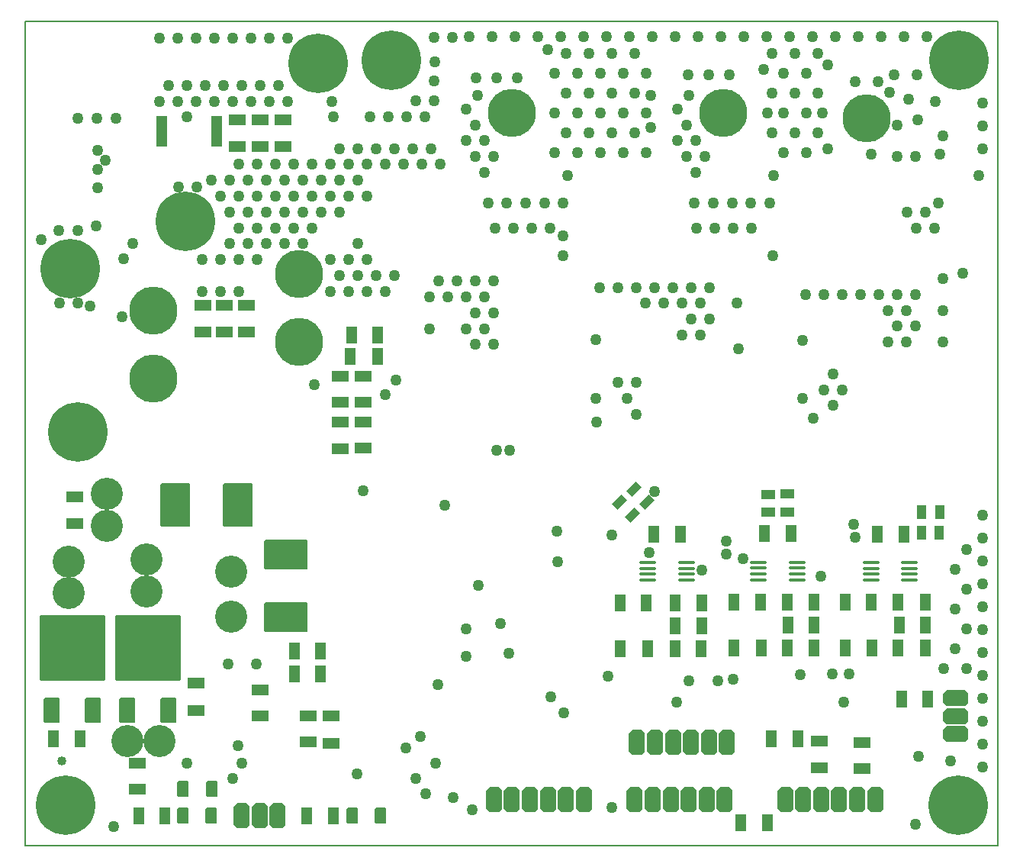
<source format=gbr>
G04 PROTEUS RS274X GERBER FILE*
%FSLAX45Y45*%
%MOMM*%
G01*
%ADD56C,1.270000*%
%ADD18C,1.016000*%
%ADD59C,5.334000*%
%AMPPAD075*
4,1,4,
0.571500,0.901700,
-0.571500,0.901700,
-0.571500,-0.901700,
0.571500,-0.901700,
0.571500,0.901700,
0*%
%ADD85PPAD075*%
%AMPPAD076*
4,1,4,
-0.901700,0.571500,
-0.901700,-0.571500,
0.901700,-0.571500,
0.901700,0.571500,
-0.901700,0.571500,
0*%
%ADD86PPAD076*%
%AMPPAD077*
4,1,36,
3.492500,3.619500,
-3.492500,3.619500,
-3.518470,3.616970,
-3.542480,3.609700,
-3.564080,3.598150,
-3.582790,3.582790,
-3.598150,3.564070,
-3.609700,3.542480,
-3.616970,3.518470,
-3.619500,3.492500,
-3.619500,-3.492500,
-3.616970,-3.518470,
-3.609700,-3.542480,
-3.598150,-3.564070,
-3.582790,-3.582790,
-3.564080,-3.598150,
-3.542480,-3.609700,
-3.518470,-3.616970,
-3.492500,-3.619500,
3.492500,-3.619500,
3.518470,-3.616970,
3.542480,-3.609700,
3.564080,-3.598150,
3.582790,-3.582790,
3.598150,-3.564070,
3.609700,-3.542480,
3.616970,-3.518470,
3.619500,-3.492500,
3.619500,3.492500,
3.616970,3.518470,
3.609700,3.542480,
3.598150,3.564070,
3.582790,3.582790,
3.564080,3.598150,
3.542480,3.609700,
3.518470,3.616970,
3.492500,3.619500,
0*%
%ADD87PPAD077*%
%AMPPAD078*
4,1,36,
0.762000,1.397000,
-0.762000,1.397000,
-0.787970,1.394470,
-0.811980,1.387200,
-0.833580,1.375650,
-0.852290,1.360290,
-0.867650,1.341570,
-0.879200,1.319980,
-0.886470,1.295970,
-0.889000,1.270000,
-0.889000,-1.270000,
-0.886470,-1.295970,
-0.879200,-1.319980,
-0.867650,-1.341570,
-0.852290,-1.360290,
-0.833580,-1.375650,
-0.811980,-1.387200,
-0.787970,-1.394470,
-0.762000,-1.397000,
0.762000,-1.397000,
0.787970,-1.394470,
0.811980,-1.387200,
0.833580,-1.375650,
0.852290,-1.360290,
0.867650,-1.341570,
0.879200,-1.319980,
0.886470,-1.295970,
0.889000,-1.270000,
0.889000,1.270000,
0.886470,1.295970,
0.879200,1.319980,
0.867650,1.341570,
0.852290,1.360290,
0.833580,1.375650,
0.811980,1.387200,
0.787970,1.394470,
0.762000,1.397000,
0*%
%ADD88PPAD078*%
%ADD65C,6.604000*%
%AMPPAD038*
4,1,36,
0.901700,-0.025400,
0.901700,0.025400,
0.898160,0.061750,
0.887980,0.095370,
0.871810,0.125600,
0.850300,0.151800,
0.824110,0.173310,
0.793870,0.189480,
0.760250,0.199660,
0.723900,0.203200,
-0.723900,0.203200,
-0.760250,0.199660,
-0.793870,0.189480,
-0.824110,0.173310,
-0.850300,0.151800,
-0.871810,0.125600,
-0.887980,0.095370,
-0.898160,0.061750,
-0.901700,0.025400,
-0.901700,-0.025400,
-0.898160,-0.061750,
-0.887980,-0.095370,
-0.871810,-0.125600,
-0.850300,-0.151800,
-0.824110,-0.173310,
-0.793870,-0.189480,
-0.760250,-0.199660,
-0.723900,-0.203200,
0.723900,-0.203200,
0.760250,-0.199660,
0.793870,-0.189480,
0.824110,-0.173310,
0.850300,-0.151800,
0.871810,-0.125600,
0.887980,-0.095370,
0.898160,-0.061750,
0.901700,-0.025400,
0*%
%ADD44PPAD038*%
%AMPPAD079*
4,1,36,
-0.508000,-0.889000,
0.508000,-0.889000,
0.533970,-0.886470,
0.557980,-0.879200,
0.579580,-0.867650,
0.598290,-0.852290,
0.613650,-0.833570,
0.625200,-0.811980,
0.632470,-0.787970,
0.635000,-0.762000,
0.635000,0.762000,
0.632470,0.787970,
0.625200,0.811980,
0.613650,0.833570,
0.598290,0.852290,
0.579580,0.867650,
0.557980,0.879200,
0.533970,0.886470,
0.508000,0.889000,
-0.508000,0.889000,
-0.533970,0.886470,
-0.557980,0.879200,
-0.579580,0.867650,
-0.598290,0.852290,
-0.613650,0.833570,
-0.625200,0.811980,
-0.632470,0.787970,
-0.635000,0.762000,
-0.635000,-0.762000,
-0.632470,-0.787970,
-0.625200,-0.811980,
-0.613650,-0.833570,
-0.598290,-0.852290,
-0.579580,-0.867650,
-0.557980,-0.879200,
-0.533970,-0.886470,
-0.508000,-0.889000,
0*%
%ADD89PPAD079*%
%AMPPAD066*
4,1,8,
-1.397000,-0.509800,
-1.397000,0.509800,
-1.017800,0.889000,
1.017800,0.889000,
1.397000,0.509800,
1.397000,-0.509800,
1.017800,-0.889000,
-1.017800,-0.889000,
-1.397000,-0.509800,
0*%
%ADD76PPAD066*%
%AMPPAD067*
4,1,8,
-0.509800,1.397000,
0.509800,1.397000,
0.889000,1.017800,
0.889000,-1.017800,
0.509800,-1.397000,
-0.509800,-1.397000,
-0.889000,-1.017800,
-0.889000,1.017800,
-0.509800,1.397000,
0*%
%ADD77PPAD067*%
%ADD78C,3.556000*%
%AMPPAD080*
4,1,36,
-2.413000,-1.524000,
-2.413000,1.524000,
-2.410470,1.549970,
-2.403200,1.573980,
-2.391650,1.595580,
-2.376290,1.614290,
-2.357570,1.629650,
-2.335980,1.641200,
-2.311970,1.648470,
-2.286000,1.651000,
2.286000,1.651000,
2.311970,1.648470,
2.335980,1.641200,
2.357570,1.629650,
2.376290,1.614290,
2.391650,1.595580,
2.403200,1.573980,
2.410470,1.549970,
2.413000,1.524000,
2.413000,-1.524000,
2.410470,-1.549970,
2.403200,-1.573980,
2.391650,-1.595580,
2.376290,-1.614290,
2.357570,-1.629650,
2.335980,-1.641200,
2.311970,-1.648470,
2.286000,-1.651000,
-2.286000,-1.651000,
-2.311970,-1.648470,
-2.335980,-1.641200,
-2.357570,-1.629650,
-2.376290,-1.614290,
-2.391650,-1.595580,
-2.403200,-1.573980,
-2.410470,-1.549970,
-2.413000,-1.524000,
0*%
%ADD90PPAD080*%
%AMPPAD081*
4,1,4,
0.844140,0.179610,
0.179610,0.844140,
-0.844140,-0.179610,
-0.179610,-0.844140,
0.844140,0.179610,
0*%
%ADD91PPAD081*%
%AMPPAD082*
4,1,4,
0.723900,-0.469900,
0.723900,0.469900,
-0.723900,0.469900,
-0.723900,-0.469900,
0.723900,-0.469900,
0*%
%ADD92PPAD082*%
%AMPPAD083*
4,1,4,
-0.469900,-0.723900,
0.469900,-0.723900,
0.469900,0.723900,
-0.469900,0.723900,
-0.469900,-0.723900,
0*%
%ADD93PPAD083*%
%AMPPAD073*
4,1,36,
-1.524000,2.413000,
1.524000,2.413000,
1.549970,2.410470,
1.573980,2.403200,
1.595580,2.391650,
1.614290,2.376290,
1.629650,2.357570,
1.641200,2.335980,
1.648470,2.311970,
1.651000,2.286000,
1.651000,-2.286000,
1.648470,-2.311970,
1.641200,-2.335980,
1.629650,-2.357570,
1.614290,-2.376290,
1.595580,-2.391650,
1.573980,-2.403200,
1.549970,-2.410470,
1.524000,-2.413000,
-1.524000,-2.413000,
-1.549970,-2.410470,
-1.573980,-2.403200,
-1.595580,-2.391650,
-1.614290,-2.376290,
-1.629650,-2.357570,
-1.641200,-2.335980,
-1.648470,-2.311970,
-1.651000,-2.286000,
-1.651000,2.286000,
-1.648470,2.311970,
-1.641200,2.335980,
-1.629650,2.357570,
-1.614290,2.376290,
-1.595580,2.391650,
-1.573980,2.403200,
-1.549970,2.410470,
-1.524000,2.413000,
0*%
%ADD83PPAD073*%
%AMPPAD084*
4,1,4,
-0.622300,-1.701800,
0.622300,-1.701800,
0.622300,1.701800,
-0.622300,1.701800,
-0.622300,-1.701800,
0*%
%ADD94PPAD084*%
%ADD41C,0.203200*%
D56*
X+4013200Y+1052310D03*
X+3911600Y+1228286D03*
X+4114800Y+1228286D03*
X+3810000Y+1404262D03*
X+4013200Y+1404262D03*
X+3911600Y+1580238D03*
X+3810000Y+1756214D03*
X+3937000Y+1905000D03*
X+8597900Y+1228286D03*
X+8801100Y+1228286D03*
X+8597900Y+1580238D03*
X+8724900Y+1866900D03*
X+6363969Y+1052310D03*
X+6262369Y+1228286D03*
X+6465569Y+1228286D03*
X+6160769Y+1404262D03*
X+6363969Y+1404262D03*
X+6262369Y+1580238D03*
X+6160769Y+1756214D03*
X+6286500Y+1905000D03*
X+7747000Y-3429000D03*
X+6428649Y-3363510D03*
X+8305800Y+1257545D03*
X+9067800Y+1257545D03*
X+8509000Y+1943100D03*
X+8559800Y+2137425D03*
X+8813800Y+2137425D03*
X+7519052Y-4519896D03*
X+7874000Y-4508500D03*
X+3811743Y-4009908D03*
X+3810000Y-4318000D03*
X+5384021Y-4535575D03*
X+4283159Y-4283011D03*
X+4826045Y-3267760D03*
X+2667000Y-2476500D03*
X+7543800Y-812800D03*
X+8127850Y-2993866D03*
X+8118219Y-2853714D03*
X+5249412Y-804176D03*
X+6696244Y-3035770D03*
X+5257800Y-1714500D03*
X+5905500Y-2489200D03*
X+6698805Y-3180794D03*
X+7664736Y-1676863D03*
X+8826500Y+1638300D03*
X+9105900Y+1460500D03*
X+8802625Y-6177544D03*
X+8064500Y-4508500D03*
X+8001000Y-4826000D03*
X+6286500Y-4584700D03*
X+6604000Y-4584700D03*
X+6153231Y-4826944D03*
X+6778656Y-4571579D03*
X+3944752Y-3532550D03*
X+5431385Y-2971800D03*
X+5842000Y-3162300D03*
X+6883138Y-3230089D03*
X+6832600Y-901700D03*
D18*
X+5249124Y-1453322D03*
D56*
X+3850575Y+2560320D03*
X+4104575Y+2560320D03*
X+4358575Y+2560320D03*
X+4612575Y+2560320D03*
X+4866575Y+2560320D03*
X+5120575Y+2560320D03*
X+5374575Y+2560320D03*
X+5628575Y+2560320D03*
X+5882575Y+2560320D03*
X+6136575Y+2560320D03*
X+6390575Y+2560320D03*
X+6644575Y+2560320D03*
X+6898575Y+2560320D03*
X+7152575Y+2560320D03*
X+7406575Y+2560320D03*
X+7660575Y+2560320D03*
X+7914575Y+2560320D03*
X+8168575Y+2560320D03*
X+8422575Y+2560320D03*
X+8676575Y+2560320D03*
X+8930575Y+2560320D03*
X+9545320Y+1821839D03*
X+9545320Y+1567839D03*
X+9545320Y+1313839D03*
X+9545320Y-2750161D03*
X+9545320Y-3004161D03*
X+9545320Y-3258161D03*
X+9545320Y-3512161D03*
X+9545320Y-3766161D03*
X+9545320Y-4020161D03*
X+9545320Y-4274161D03*
X+9545320Y-4528161D03*
X+9545320Y-4782161D03*
X+9545320Y-5036161D03*
X+9545320Y-5290161D03*
X+9545320Y-5544161D03*
X+5430518Y-5990308D03*
X+9113518Y-4450518D03*
X+9367518Y-4450518D03*
X+9240518Y-4230548D03*
X+9367518Y-4010578D03*
X+9240518Y-3790608D03*
X+9367518Y-3570638D03*
X+9240518Y-3350668D03*
X+9367518Y-3130698D03*
X+4795518Y+1268702D03*
X+5049518Y+1268702D03*
X+5303518Y+1268702D03*
X+5557518Y+1268702D03*
X+5811518Y+1268702D03*
X+7335518Y+1268702D03*
X+7589518Y+1268702D03*
X+4922518Y+1488672D03*
X+5176518Y+1488672D03*
X+5430518Y+1488672D03*
X+5684518Y+1488672D03*
X+7208518Y+1488672D03*
X+7462518Y+1488672D03*
X+7716518Y+1488672D03*
X+4795518Y+1708642D03*
X+5049518Y+1708642D03*
X+5303518Y+1708642D03*
X+5557518Y+1708642D03*
X+5811518Y+1708642D03*
X+7335518Y+1708642D03*
X+7589518Y+1708642D03*
X+4922518Y+1928612D03*
X+5176518Y+1928612D03*
X+5430518Y+1928612D03*
X+5684518Y+1928612D03*
X+7208518Y+1928612D03*
X+7462518Y+1928612D03*
X+7716518Y+1928612D03*
X+4795518Y+2148582D03*
X+5049518Y+2148582D03*
X+5303518Y+2148582D03*
X+5557518Y+2148582D03*
X+5811518Y+2148582D03*
X+7335518Y+2148582D03*
X+7589518Y+2148582D03*
X+4922518Y+2368552D03*
X+5176518Y+2368552D03*
X+5430518Y+2368552D03*
X+5684518Y+2368552D03*
X+7208518Y+2368552D03*
X+7462518Y+2368552D03*
X+7716518Y+2368552D03*
X+5249412Y-1454150D03*
X+7545632Y-1454630D03*
X+2602489Y-5621043D03*
X+7226300Y+1016000D03*
X+7213600Y+127000D03*
X+4940300Y+1016000D03*
X+4889500Y+127000D03*
X+9321800Y-63500D03*
X+9499600Y+1016000D03*
X+8831424Y-5427206D03*
X+3034848Y-1251986D03*
X+3576345Y-2643122D03*
X+4818888Y-2925288D03*
X+9016999Y+1837037D03*
X+8127999Y+2057007D03*
X+8381999Y+2057007D03*
X+3924300Y+2105292D03*
X+4152900Y+2105292D03*
X+4381500Y+2105292D03*
X+6273914Y+2139798D03*
X+6502514Y+2139798D03*
X+6731114Y+2139798D03*
X+3500118Y-4626494D03*
X+7157718Y+1708642D03*
X+7767318Y+1708642D03*
X+4719318Y+2412546D03*
X+1021080Y+1841696D03*
X+1224280Y+1841696D03*
X+1427480Y+1841696D03*
X+1630680Y+1841696D03*
X+1833880Y+1841696D03*
X+513080Y+2017672D03*
X+716280Y+2017672D03*
X+919480Y+2017672D03*
X+1122680Y+2017672D03*
X+1325880Y+2017672D03*
X+1529080Y+2017672D03*
X+1732280Y+2017672D03*
X+411480Y+2545600D03*
X+614680Y+2545600D03*
X+817880Y+2545600D03*
X+1021080Y+2545600D03*
X+1224280Y+2545600D03*
X+1427480Y+2545600D03*
X+1630680Y+2545600D03*
X+1833880Y+2545600D03*
X+886143Y-266666D03*
X+1089343Y-266666D03*
X+1292543Y-266666D03*
X+2308543Y-266666D03*
X+2511743Y-266666D03*
X+2714943Y-266666D03*
X+2918143Y-266666D03*
X+2410143Y-90690D03*
X+2613343Y-90690D03*
X+2816543Y-90690D03*
X+3019743Y-90690D03*
X+886143Y+85286D03*
X+1089343Y+85286D03*
X+1292543Y+85286D03*
X+1495743Y+85286D03*
X+2308543Y+85286D03*
X+2511743Y+85286D03*
X+2714943Y+85286D03*
X+1190943Y+261262D03*
X+1394143Y+261262D03*
X+1597343Y+261262D03*
X+1800543Y+261262D03*
X+2003743Y+261262D03*
X+2613343Y+261262D03*
X+1292543Y+437238D03*
X+1495743Y+437238D03*
X+1698943Y+437238D03*
X+1902143Y+437238D03*
X+2105343Y+437238D03*
X+4137343Y+437238D03*
X+4340543Y+437238D03*
X+4543743Y+437238D03*
X+4746943Y+437238D03*
X+6372543Y+437238D03*
X+6575743Y+437238D03*
X+6778943Y+437238D03*
X+6982143Y+437238D03*
X+8810943Y+437238D03*
X+9014143Y+437238D03*
X+1190943Y+613214D03*
X+1394143Y+613214D03*
X+1597343Y+613214D03*
X+1800543Y+613214D03*
X+2003743Y+613214D03*
X+2206943Y+613214D03*
X+2410143Y+613214D03*
X+8709343Y+613214D03*
X+8912543Y+613214D03*
X+1089343Y+789190D03*
X+1292543Y+789190D03*
X+1495743Y+789190D03*
X+1698943Y+789190D03*
X+1902143Y+789190D03*
X+2105343Y+789190D03*
X+2308543Y+789190D03*
X+2511743Y+789190D03*
X+2714943Y+789190D03*
X+987743Y+965166D03*
X+1190943Y+965166D03*
X+1394143Y+965166D03*
X+1597343Y+965166D03*
X+1800543Y+965166D03*
X+2003743Y+965166D03*
X+2206943Y+965166D03*
X+2410143Y+965166D03*
X+2613343Y+965166D03*
X+1292543Y+1141142D03*
X+1495743Y+1141142D03*
X+1698943Y+1141142D03*
X+1902143Y+1141142D03*
X+2105343Y+1141142D03*
X+2308543Y+1141142D03*
X+2511743Y+1141142D03*
X+2714943Y+1141142D03*
X+2918143Y+1141142D03*
X+3121343Y+1141142D03*
X+3324543Y+1141142D03*
X+3527743Y+1141142D03*
X+2410143Y+1317118D03*
X+2613343Y+1317118D03*
X+2816543Y+1317118D03*
X+3019743Y+1317118D03*
X+3222943Y+1317118D03*
X+3426143Y+1317118D03*
X+10160Y+92548D03*
X+111760Y+268524D03*
X+7828280Y+1317455D03*
X+2748280Y+1669407D03*
X+2951480Y+1669407D03*
X+3154680Y+1669407D03*
X+3357880Y+1669407D03*
X+3256280Y+1845383D03*
X+3459480Y+1845383D03*
X+7117080Y+2197335D03*
X+3459480Y+2549287D03*
X+3662680Y+2549287D03*
X+4191000Y-3949700D03*
X+3472115Y-5497269D03*
X+3671704Y-5885200D03*
X+2130561Y-1303277D03*
X+2915774Y-1409717D03*
X+4292600Y-2032000D03*
X+4895850Y-4946650D03*
X+3145817Y-5333103D03*
X+4152900Y-2032000D03*
X+4752309Y-4765009D03*
X+3302000Y-5207000D03*
X+716280Y+1665720D03*
X+2341880Y+1665720D03*
X+411480Y+1841696D03*
X+614680Y+1841696D03*
X+817880Y+1841696D03*
X-701040Y-395875D03*
X-497840Y-395875D03*
X-904240Y+308029D03*
X-193040Y+1187909D03*
X-96520Y-6201665D03*
X+1224280Y-5673737D03*
X+3256280Y-5673737D03*
X+716280Y-5497761D03*
X+1325880Y-5497761D03*
X+3459480Y+2069207D03*
X+7828280Y+2245183D03*
X-5081Y-548813D03*
X+4889499Y+353062D03*
X+4056379Y+713812D03*
X+4264659Y+713812D03*
X+4472939Y+713812D03*
X+4681219Y+713812D03*
X+4889499Y+713812D03*
X+6347459Y+713812D03*
X+6555739Y+713812D03*
X+6764019Y+713812D03*
X+6972299Y+713812D03*
X+7180579Y+713812D03*
X+9055099Y+713812D03*
X+619759Y+894187D03*
X+828039Y+894187D03*
X-492760Y+1654722D03*
X-284480Y+1654722D03*
X-76200Y+1654722D03*
X+2319020Y+1835097D03*
X+3881120Y-6019846D03*
X+3360420Y-5839471D03*
X+9192260Y-5478721D03*
X+1485900Y-4396471D03*
X+3464560Y+2277404D03*
X+1277620Y-5306641D03*
X+1173480Y-4404766D03*
X+5859780Y+1547609D03*
X+5859780Y+1908359D03*
X-357008Y-427894D03*
X-706169Y+406400D03*
X-497889Y+406400D03*
X-297392Y+462804D03*
X-279400Y+878585D03*
X-279400Y+1086865D03*
X-279400Y+1295145D03*
X+3913451Y-857244D03*
X+4116651Y-857244D03*
X+3405451Y-681268D03*
X+3811851Y-681268D03*
X+4015051Y-681268D03*
X+3913451Y-505292D03*
X+4116651Y-505292D03*
X+3405451Y-329316D03*
X+3608651Y-329316D03*
X+3811851Y-329316D03*
X+4015051Y-329316D03*
X+3507051Y-153340D03*
X+3710251Y-153340D03*
X+3913451Y-153340D03*
X+4116651Y-153340D03*
X+5697295Y-1631085D03*
X+5595695Y-1455109D03*
X+5494095Y-1279133D03*
X+5697295Y-1279133D03*
X+6205295Y-751205D03*
X+6408495Y-751205D03*
X+6306895Y-575229D03*
X+6510095Y-575229D03*
X+5798895Y-399253D03*
X+6002095Y-399253D03*
X+6205295Y-399253D03*
X+6408495Y-399253D03*
X+6814895Y-399253D03*
X+5290895Y-223277D03*
X+5494095Y-223277D03*
X+5697295Y-223277D03*
X+5900495Y-223277D03*
X+6103695Y-223277D03*
X+6306895Y-223277D03*
X+6510095Y-223277D03*
X+7881619Y-1533571D03*
X+7780019Y-1357595D03*
X+7983219Y-1357595D03*
X+7881619Y-1181619D03*
X+8491219Y-829667D03*
X+8694419Y-829667D03*
X+9100819Y-829667D03*
X+8592819Y-653691D03*
X+8796019Y-653691D03*
X+8491219Y-477715D03*
X+8694419Y-477715D03*
X+9100819Y-477715D03*
X+7576819Y-301739D03*
X+7780019Y-301739D03*
X+7983219Y-301739D03*
X+8186419Y-301739D03*
X+8389619Y-301739D03*
X+8592819Y-301739D03*
X+8796019Y-301739D03*
X+9100819Y-125763D03*
D18*
X-672147Y-5478139D03*
D59*
X+4318000Y+1714500D03*
X+6667500Y+1714500D03*
X+8255000Y+1651000D03*
D85*
X+2827300Y-990600D03*
X+2527300Y-990600D03*
X+2542100Y-749300D03*
X+2832100Y-749300D03*
D86*
X+2667000Y-1206500D03*
X+2667000Y-1496500D03*
D87*
X-553200Y-4224020D03*
D88*
X-324600Y-4914900D03*
X-781800Y-4914900D03*
D87*
X+285000Y-4224020D03*
D88*
X+513600Y-4914900D03*
X+56400Y-4914900D03*
D86*
X+1275080Y+1337438D03*
X+1275080Y+1637438D03*
X+1783080Y+1337438D03*
X+1783080Y+1637438D03*
X+1529080Y+1337438D03*
X+1529080Y+1637438D03*
X+1371600Y-719100D03*
X+1371600Y-419100D03*
X+889000Y-719100D03*
X+889000Y-419100D03*
X+1130300Y-719100D03*
X+1130300Y-419100D03*
D65*
X-495300Y-1828800D03*
X-580503Y-12700D03*
D85*
X-469100Y-5232400D03*
X-769100Y-5232400D03*
D86*
X+818400Y-4914900D03*
X+818400Y-4614900D03*
X+2413000Y-1714500D03*
X+2413000Y-2014500D03*
X+2667000Y-1714500D03*
X+2667000Y-2004500D03*
X+2413000Y-1206500D03*
X+2413000Y-1496500D03*
D44*
X+6259000Y-3273402D03*
X+6259000Y-3338402D03*
X+6259000Y-3403402D03*
X+6259000Y-3468402D03*
X+5829000Y-3468402D03*
X+5829000Y-3403402D03*
X+5829000Y-3338402D03*
X+5829000Y-3273402D03*
X+7486107Y-3273033D03*
X+7486107Y-3338033D03*
X+7486107Y-3403033D03*
X+7486107Y-3468033D03*
X+7056107Y-3468033D03*
X+7056107Y-3403033D03*
X+7056107Y-3338033D03*
X+7056107Y-3273033D03*
X+8735869Y-3274533D03*
X+8735869Y-3339533D03*
X+8735869Y-3404533D03*
X+8735869Y-3469533D03*
X+8305869Y-3469533D03*
X+8305869Y-3404533D03*
X+8305869Y-3339533D03*
X+8305869Y-3274533D03*
D85*
X+6195500Y-2957402D03*
X+5895500Y-2957402D03*
X+7422607Y-2957033D03*
X+7122607Y-2957033D03*
X+8672369Y-2958533D03*
X+8372369Y-2958533D03*
X+6432000Y-3719402D03*
X+6132000Y-3719402D03*
X+7676607Y-3719033D03*
X+7376607Y-3719033D03*
X+8908869Y-3719033D03*
X+8608869Y-3719033D03*
X+6432000Y-3973402D03*
X+6132000Y-3973402D03*
X+5824500Y-4227402D03*
X+5524500Y-4227402D03*
X+5524500Y-3719402D03*
X+5814500Y-3719402D03*
X+6422000Y-4227402D03*
X+6132000Y-4227402D03*
X+6787607Y-3719033D03*
X+7077607Y-3719033D03*
X+7676607Y-3973033D03*
X+7386607Y-3973033D03*
X+8019869Y-3719033D03*
X+8309869Y-3719033D03*
X+8908869Y-3973033D03*
X+8618869Y-3973033D03*
X+7087607Y-4227033D03*
X+6787607Y-4227033D03*
X+7676607Y-4227033D03*
X+7376607Y-4227033D03*
X+8319869Y-4227033D03*
X+8019869Y-4227033D03*
X+8908869Y-4227033D03*
X+8608869Y-4227033D03*
X+7158000Y-6159500D03*
X+6858000Y-6159500D03*
D86*
X+2311400Y-4978400D03*
X+2311400Y-5278400D03*
X-533400Y-2844800D03*
X-533400Y-2544800D03*
D89*
X+673100Y-6083300D03*
X+988060Y-6083300D03*
D76*
X+9245600Y-5181500D03*
X+9245600Y-4981500D03*
X+9245600Y-4781500D03*
D86*
X+8204200Y-5272600D03*
X+8204200Y-5562600D03*
D85*
X+7203000Y-5232400D03*
X+7493000Y-5232400D03*
D86*
X+7731100Y-5259900D03*
X+7731100Y-5549900D03*
D85*
X+8643416Y-4793216D03*
X+8933416Y-4793216D03*
X+467800Y-6083300D03*
X+177800Y-6083300D03*
X+1905000Y-4508500D03*
X+2195000Y-4508500D03*
X+1905000Y-4254500D03*
X+2195000Y-4254500D03*
D86*
X+2057400Y-5268400D03*
X+2057400Y-4978400D03*
X+1524000Y-4686300D03*
X+1524000Y-4976300D03*
D77*
X+8356500Y-5905500D03*
X+8156500Y-5905500D03*
X+7956500Y-5905500D03*
X+7756500Y-5905500D03*
X+7556500Y-5905500D03*
X+7356500Y-5905500D03*
D65*
X+2169810Y+2259156D03*
X+700394Y+507979D03*
D59*
X+1955800Y-76200D03*
X+1955800Y-826200D03*
X+342900Y-482600D03*
X+342900Y-1232600D03*
D65*
X+9283700Y+2298700D03*
X+2984500Y+2298700D03*
X+9271000Y-5969000D03*
X-635000Y-5969000D03*
D77*
X+4124500Y-5905500D03*
X+4324500Y-5905500D03*
X+4524500Y-5905500D03*
X+4724500Y-5905500D03*
X+4924500Y-5905500D03*
X+5124500Y-5905500D03*
X+5686500Y-5905500D03*
X+5886500Y-5905500D03*
X+6086500Y-5905500D03*
X+6286500Y-5905500D03*
X+6486500Y-5905500D03*
X+6686500Y-5905500D03*
X+5712000Y-5270500D03*
X+5912000Y-5270500D03*
X+6112000Y-5270500D03*
X+6312000Y-5270500D03*
X+6512000Y-5270500D03*
X+6712000Y-5270500D03*
X+1722985Y-6086392D03*
X+1522985Y-6086392D03*
X+1322985Y-6086392D03*
D78*
X+1206500Y-3873500D03*
X+1206500Y-3373500D03*
D90*
X+1816100Y-3187700D03*
X+1816100Y-3887700D03*
D78*
X-177800Y-2514600D03*
X-177800Y-2864600D03*
X-596900Y-3613900D03*
X-596900Y-3263900D03*
X+56400Y-5257800D03*
X+406400Y-5257800D03*
X+266700Y-3594100D03*
X+266700Y-3244100D03*
D91*
X+5660311Y-2750411D03*
X+5518890Y-2608990D03*
X+5816600Y-2603500D03*
X+5675178Y-2462078D03*
D92*
X+7162800Y-2717800D03*
X+7162800Y-2517800D03*
X+7378700Y-2714600D03*
X+7378700Y-2514600D03*
D93*
X+8867800Y-2717800D03*
X+9067800Y-2717800D03*
X+8864600Y-2946400D03*
X+9064600Y-2946400D03*
D83*
X+1284200Y-2641600D03*
X+584200Y-2641600D03*
D89*
X+2552700Y-6083300D03*
X+2867660Y-6083300D03*
D85*
X+2336800Y-6083300D03*
X+2046800Y-6083300D03*
D89*
X+675640Y-5791200D03*
X+990600Y-5791200D03*
D86*
X+165100Y-5791200D03*
X+165100Y-5501200D03*
D94*
X+431800Y+1511300D03*
X+1041800Y+1511300D03*
D41*
X-1079500Y-6413500D02*
X+9715500Y-6413500D01*
X+9715500Y+2730500D01*
X-1079500Y+2730500D01*
X-1079500Y-6413500D01*
M02*

</source>
